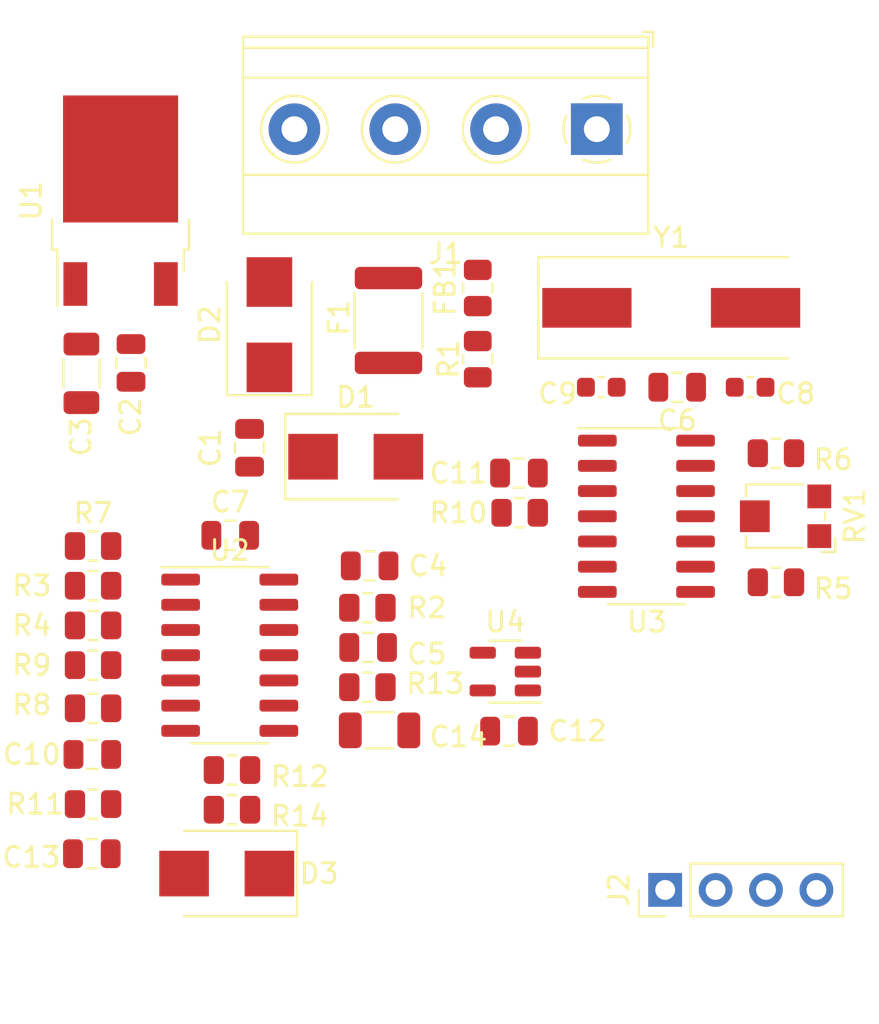
<source format=kicad_pcb>
(kicad_pcb (version 20241229) (generator "pcbnew") (generator_version "9.0")
  (layers (0 "F.Cu" signal) (2 "B.Cu" signal) (13 "F.Paste" user) (15 "B.Paste" user) (5 "F.SilkS" user "F.Silkscreen") (7 "B.SilkS" user "B.Silkscreen") (1 "F.Mask" user) (3 "B.Mask" user) (25 "Edge.Cuts" user))
  (property "DateCreated" "03-04-2025")
  (property "DrawnBy" "K Hall")
  (property "Engineer" "K Hall")
  (property "Revision" "0")
  (property "SheetNum" "1")
  (property "SheetTotal" "1")
  (property "Title" "4-20mA MCU")
  (net 0 "")
  (net 1 "Net-(U2B--)")
  (net 2 "GND")
  (net 3 "+5V")
  (net 4 "Net-(D1-A)")
  (net 5 "Net-(U2C-+)")
  (net 6 "Net-(U2D-+)")
  (net 7 "mA_OUT")
  (net 8 "DC_IN")
  (net 9 "Net-(FB1-Pad1)")
  (net 10 "Net-(FB1-Pad2)")
  (net 11 "TX")
  (net 12 "RX_NC")
  (net 13 "Net-(U2A--)")
  (net 14 "Net-(U2A-+)")
  (net 15 "Net-(U2C--)")
  (net 16 "Net-(U2B-+)")
  (net 17 "V_IN")
  (net 18 "PWM")
  (net 19 "Net-(D1-K)")
  (net 20 "Net-(U3-XTAL1{slash}PB0)")
  (net 21 "Net-(U3-XTAL2{slash}PB1)")
  (net 22 "Net-(U3-~{RESET}{slash}PB3)")
  (net 23 "Net-(D3-A)")
  (net 24 "Net-(U3-PA1)")
  (net 30 "Net-(C10-Pad1)")
  (net 31 "Net-(U2D--)")
  (net 32 "Net-(R3-Pad2)")
  (net 33 "Net-(R5-Pad1)")
  (net 34 "Net-(R6-Pad2)")
  (net 35 "Net-(R13-Pad2)")
  (footprint "Capacitor_SMD:C_0805_2012Metric" (layer "F.Cu") (at 130.075 73.825 180)
    (property "Reference" "C11" (at 3.05 0 0) (layer "F.SilkS"))
    (property "Value" "0.1uF")
    (fp_line (start -0.261252 0.735) (end 0.261252 0.735) (stroke (width 0.12)) (layer "F.SilkS"))
    (fp_line (start -0.261252 -0.735) (end 0.261252 -0.735) (stroke (width 0.12)) (layer "F.SilkS"))
    (pad "1" smd roundrect (at -0.95 0 180) (size 1 1.45) (layers "F.Cu" "F.Mask" "F.Paste") (net 22 "Net-(U3-~{RESET}{slash}PB3)"))
    (pad "2" smd roundrect (at 0.95 0 180) (size 1 1.45) (layers "F.Cu" "F.Mask" "F.Paste") (net 2 "GND"))
  )
  (footprint "Package_TO_SOT_SMD:SOT-23-5" (layer "F.Cu") (at 129.3875 83.825 180)
    (property "Reference" "U4" (at 0 2.5 0) (layer "F.SilkS"))
    (property "Value" "74AHC1G04")
    (fp_line (start 0 1.56) (end 0.8 1.56) (stroke (width 0.12)) (layer "F.SilkS"))
    (fp_line (start 0 1.56) (end -0.8 1.56) (stroke (width 0.12)) (layer "F.SilkS"))
    (fp_line (start 0 -1.56) (end 0.8 -1.56) (stroke (width 0.12)) (layer "F.SilkS"))
    (fp_line (start 0 -1.56) (end -1.8 -1.56) (stroke (width 0.12)) (layer "F.SilkS"))
    (pad "1" smd roundrect (at -1.1375 -0.95 180) (size 1.325 0.6) (layers "F.Cu" "F.Mask" "F.Paste"))
    (pad "2" smd roundrect (at -1.1375 0 180) (size 1.325 0.6) (layers "F.Cu" "F.Mask" "F.Paste") (net 18 "PWM"))
    (pad "3" smd roundrect (at -1.1375 0.95 180) (size 1.325 0.6) (layers "F.Cu" "F.Mask" "F.Paste") (net 2 "GND"))
    (pad "4" smd roundrect (at 1.1375 0.95 180) (size 1.325 0.6) (layers "F.Cu" "F.Mask" "F.Paste") (net 35 "Net-(R13-Pad2)"))
    (pad "5" smd roundrect (at 1.1375 -0.95 180) (size 1.325 0.6) (layers "F.Cu" "F.Mask" "F.Paste") (net 3 "+5V"))
  )
  (footprint "Capacitor_SMD:C_1206_3216Metric" (layer "F.Cu") (at 108.025 68.8 -90)
    (property "Reference" "C3" (at 3.2 0.025 90) (layer "F.SilkS"))
    (property "Value" "10uF")
    (fp_line (start -0.711252 0.91) (end 0.711252 0.91) (stroke (width 0.12)) (layer "F.SilkS"))
    (fp_line (start -0.711252 -0.91) (end 0.711252 -0.91) (stroke (width 0.12)) (layer "F.SilkS"))
    (pad "1" smd roundrect (at -1.475 0 270) (size 1.15 1.8) (layers "F.Cu" "F.Mask" "F.Paste") (roundrect_rratio 0.217391) (net 3 "+5V"))
    (pad "2" smd roundrect (at 1.475 0 270) (size 1.15 1.8) (layers "F.Cu" "F.Mask" "F.Paste") (roundrect_rratio 0.217391) (net 2 "GND"))
  )
  (footprint "TerminalBlock_Phoenix:TerminalBlock_Phoenix_MKDS-1,5-4-5.08_1x04_P5.08mm_Horizontal" (layer "F.Cu") (at 134 56.5 180)
    (property "Reference" "J1" (at 7.62 -6.26 0) (layer "F.SilkS"))
    (property "Value" "~")
    (fp_line (start 17.84 -5.261) (end 17.84 4.66) (stroke (width 0.12)) (layer "F.SilkS"))
    (fp_line (start 16.515 -1.069) (end 16.468 -1.023) (stroke (width 0.12)) (layer "F.SilkS"))
    (fp_line (start 16.31 -1.275) (end 16.275 -1.239) (stroke (width 0.12)) (layer "F.SilkS"))
    (fp_line (start 14.206 1.239) (end 14.171 1.274) (stroke (width 0.12)) (layer "F.SilkS"))
    (fp_line (start 14.013 1.023) (end 13.966 1.069) (stroke (width 0.12)) (layer "F.SilkS"))
    (fp_line (start 11.435 -1.069) (end 11.388 -1.023) (stroke (width 0.12)) (layer "F.SilkS"))
    (fp_line (start 11.23 -1.275) (end 11.195 -1.239) (stroke (width 0.12)) (layer "F.SilkS"))
    (fp_line (start 9.126 1.239) (end 9.091 1.274) (stroke (width 0.12)) (layer "F.SilkS"))
    (fp_line (start 8.933 1.023) (end 8.886 1.069) (stroke (width 0.12)) (layer "F.SilkS"))
    (fp_line (start 6.355 -1.069) (end 6.308 -1.023) (stroke (width 0.12)) (layer "F.SilkS"))
    (fp_line (start 6.15 -1.275) (end 6.115 -1.239) (stroke (width 0.12)) (layer "F.SilkS"))
    (fp_line (start 4.046 1.239) (end 4.011 1.274) (stroke (width 0.12)) (layer "F.SilkS"))
    (fp_line (start 3.853 1.023) (end 3.806 1.069) (stroke (width 0.12)) (layer "F.SilkS"))
    (fp_line (start -2.6 4.66) (end 17.84 4.66) (stroke (width 0.12)) (layer "F.SilkS"))
    (fp_line (start -2.6 4.1) (end 17.84 4.1) (stroke (width 0.12)) (layer "F.SilkS"))
    (fp_line (start -2.6 2.6) (end 17.84 2.6) (stroke (width 0.12)) (layer "F.SilkS"))
    (fp_line (start -2.6 -2.301) (end 17.84 -2.301) (stroke (width 0.12)) (layer "F.SilkS"))
    (fp_line (start -2.6 -5.261) (end 17.84 -5.261) (stroke (width 0.12)) (layer "F.SilkS"))
    (fp_line (start -2.6 -5.261) (end -2.6 4.66) (stroke (width 0.12)) (layer "F.SilkS"))
    (fp_line (start -2.84 4.9) (end -2.34 4.9) (stroke (width 0.12)) (layer "F.SilkS"))
    (fp_line (start -2.84 4.16) (end -2.84 4.9) (stroke (width 0.12)) (layer "F.SilkS"))
    (fp_arc (start 1.535427 -0.683042) (mid 1.680501 0.000524) (end 1.535 0.684) (stroke (width 0.12)) (layer "F.SilkS"))
    (fp_arc (start 0.683318 1.534756) (mid 0.349292 1.643288) (end 0 1.68) (stroke (width 0.12)) (layer "F.SilkS"))
    (fp_arc (start 0.028805 1.680253) (mid -0.335551 1.646659) (end -0.684 1.535) (stroke (width 0.12)) (layer "F.SilkS"))
    (fp_arc (start -0.683042 -1.535427) (mid 0.000524 -1.680501) (end 0.684 -1.535) (stroke (width 0.12)) (layer "F.SilkS"))
    (fp_arc (start -1.535427 0.683042) (mid -1.680501 -0.000524) (end -1.535 -0.684) (stroke (width 0.12)) (layer "F.SilkS"))
    (fp_circle (center 15.24 0) (end 16.92 0) (stroke (width 0.12)) (fill no) (layer "F.SilkS"))
    (fp_circle (center 10.16 0) (end 11.84 0) (stroke (width 0.12)) (fill no) (layer "F.SilkS"))
    (fp_circle (center 5.08 0) (end 6.76 0) (stroke (width 0.12)) (fill no) (layer "F.SilkS"))
    (pad "1" thru_hole rect (at 0 0 180) (size 2.6 2.6) (drill 1.3) (layers "*.Cu" "*.Mask") (net 8 "DC_IN"))
    (pad "2" thru_hole circle (at 5.08 0 180) (size 2.6 2.6) (drill 1.3) (layers "*.Cu" "*.Mask") (net 10 "Net-(FB1-Pad2)"))
    (pad "3" thru_hole circle (at 10.16 0 180) (size 2.6 2.6) (drill 1.3) (layers "*.Cu" "*.Mask") (net 7 "mA_OUT"))
    (pad "4" thru_hole circle (at 15.24 0 180) (size 2.6 2.6) (drill 1.3) (layers "*.Cu" "*.Mask") (net 2 "GND"))
  )
  (footprint "Diode_SMD:D_SMB" (layer "F.Cu") (at 121.85 73)
    (property "Reference" "D1" (at 0 -3 0) (layer "F.SilkS"))
    (property "Value" "SCHOTTKY 30V 1A")
    (fp_line (start -3.55 -2.15) (end -3.55 2.15) (stroke (width 0.12)) (layer "F.SilkS"))
    (fp_line (start -3.55 -2.15) (end 2.15 -2.15) (stroke (width 0.12)) (layer "F.SilkS"))
    (fp_line (start -3.55 2.15) (end 2.15 2.15) (stroke (width 0.12)) (layer "F.SilkS"))
    (pad "1" smd rect (at -2.15 0) (size 2.5 2.3) (layers "F.Cu" "F.Mask" "F.Paste") (net 19 "Net-(D1-K)"))
    (pad "2" smd rect (at 2.15 0) (size 2.5 2.3) (layers "F.Cu" "F.Mask" "F.Paste") (net 4 "Net-(D1-A)"))
  )
  (footprint "Capacitor_SMD:C_0805_2012Metric" (layer "F.Cu") (at 108.55 93 180)
    (property "Reference" "C13" (at 3.05 -0.175 0) (layer "F.SilkS"))
    (property "Value" "0.1uF")
    (fp_line (start -0.261252 0.735) (end 0.261252 0.735) (stroke (width 0.12)) (layer "F.SilkS"))
    (fp_line (start -0.261252 -0.735) (end 0.261252 -0.735) (stroke (width 0.12)) (layer "F.SilkS"))
    (pad "1" smd roundrect (at -0.95 0 180) (size 1 1.45) (layers "F.Cu" "F.Mask" "F.Paste") (net 23 "Net-(D3-A)"))
    (pad "2" smd roundrect (at 0.95 0 180) (size 1 1.45) (layers "F.Cu" "F.Mask" "F.Paste") (net 2 "GND"))
  )
  (footprint "Capacitor_SMD:C_1206_3216Metric" (layer "F.Cu") (at 123.05 86.785)
    (property "Reference" "C14" (at 3.975 0.325 0) (layer "F.SilkS"))
    (property "Value" "10uF")
    (fp_line (start -0.711252 -0.91) (end 0.711252 -0.91) (stroke (width 0.12)) (layer "F.SilkS"))
    (fp_line (start -0.711252 0.91) (end 0.711252 0.91) (stroke (width 0.12)) (layer "F.SilkS"))
    (pad "1" smd roundrect (at -1.475 0) (size 1.15 1.8) (layers "F.Cu" "F.Mask" "F.Paste") (roundrect_rratio 0.217391) (net 5 "Net-(U2C-+)"))
    (pad "2" smd roundrect (at 1.475 0) (size 1.15 1.8) (layers "F.Cu" "F.Mask" "F.Paste") (roundrect_rratio 0.217391) (net 2 "GND"))
  )
  (footprint "Crystal:Crystal_SMD_HC49-SD" (layer "F.Cu") (at 137.75 65.5)
    (property "Reference" "Y1" (at 0 -3.55 0) (layer "F.SilkS"))
    (property "Value" "16MHz 20pF")
    (fp_line (start -6.7 -2.55) (end -6.7 2.55) (stroke (width 0.12)) (layer "F.SilkS"))
    (fp_line (start -6.7 2.55) (end 5.9 2.55) (stroke (width 0.12)) (layer "F.SilkS"))
    (fp_line (start 5.9 -2.55) (end -6.7 -2.55) (stroke (width 0.12)) (layer "F.SilkS"))
    (pad "1" smd rect (at -4.25 0) (size 4.5 2) (layers "F.Cu" "F.Mask" "F.Paste") (net 21 "Net-(U3-XTAL2{slash}PB1)"))
    (pad "2" smd rect (at 4.25 0) (size 4.5 2) (layers "F.Cu" "F.Mask" "F.Paste") (net 20 "Net-(U3-XTAL1{slash}PB0)"))
  )
  (footprint "Package_SO:SOIC-14_3.9x8.7mm_P1.27mm" (layer "F.Cu") (at 115.5 83)
    (property "Reference" "U2" (at 0 -5.28 0) (layer "F.SilkS"))
    (property "Value" "LM324A")
    (fp_line (start 0 -4.435) (end -3.45 -4.435) (stroke (width 0.12)) (layer "F.SilkS"))
    (fp_line (start 0 -4.435) (end 1.95 -4.435) (stroke (width 0.12)) (layer "F.SilkS"))
    (fp_line (start 0 4.435) (end -1.95 4.435) (stroke (width 0.12)) (layer "F.SilkS"))
    (fp_line (start 0 4.435) (end 1.95 4.435) (stroke (width 0.12)) (layer "F.SilkS"))
    (pad "1" smd roundrect (at -2.475 -3.81) (size 1.95 0.6) (layers "F.Cu" "F.Mask" "F.Paste") (net 32 "Net-(R3-Pad2)"))
    (pad "2" smd roundrect (at -2.475 -2.54) (size 1.95 0.6) (layers "F.Cu" "F.Mask" "F.Paste") (net 13 "Net-(U2A--)"))
    (pad "3" smd roundrect (at -2.475 -1.27) (size 1.95 0.6) (layers "F.Cu" "F.Mask" "F.Paste") (net 14 "Net-(U2A-+)"))
    (pad "4" smd roundrect (at -2.475 0) (size 1.95 0.6) (layers "F.Cu" "F.Mask" "F.Paste") (net 3 "+5V"))
    (pad "5" smd roundrect (at -2.475 1.27) (size 1.95 0.6) (layers "F.Cu" "F.Mask" "F.Paste") (net 16 "Net-(U2B-+)"))
    (pad "6" smd roundrect (at -2.475 2.54) (size 1.95 0.6) (layers "F.Cu" "F.Mask" "F.Paste") (net 1 "Net-(U2B--)"))
    (pad "7" smd roundrect (at -2.475 3.81) (size 1.95 0.6) (layers "F.Cu" "F.Mask" "F.Paste") (net 30 "Net-(C10-Pad1)"))
    (pad "8" smd roundrect (at 2.475 3.81) (size 1.95 0.6) (layers "F.Cu" "F.Mask" "F.Paste") (net 15 "Net-(U2C--)"))
    (pad "9" smd roundrect (at 2.475 2.54) (size 1.95 0.6) (layers "F.Cu" "F.Mask" "F.Paste") (net 15 "Net-(U2C--)"))
    (pad "10" smd roundrect (at 2.475 1.27) (size 1.95 0.6) (layers "F.Cu" "F.Mask" "F.Paste") (net 5 "Net-(U2C-+)"))
    (pad "11" smd roundrect (at 2.475 0) (size 1.95 0.6) (layers "F.Cu" "F.Mask" "F.Paste") (net 2 "GND"))
    (pad "12" smd roundrect (at 2.475 -1.27) (size 1.95 0.6) (layers "F.Cu" "F.Mask" "F.Paste") (net 6 "Net-(U2D-+)"))
    (pad "13" smd roundrect (at 2.475 -2.54) (size 1.95 0.6) (layers "F.Cu" "F.Mask" "F.Paste") (net 31 "Net-(U2D--)"))
    (pad "14" smd roundrect (at 2.475 -3.81) (size 1.95 0.6) (layers "F.Cu" "F.Mask" "F.Paste") (net 31 "Net-(U2D--)"))
  )
  (footprint "Resistor_SMD:R_0805_2012Metric" (layer "F.Cu") (at 130.1125 75.825 180)
    (property "Reference" "R10" (at 3.0875 0 0) (layer "F.SilkS"))
    (property "Value" "10K")
    (fp_line (start -0.227064 0.735) (end 0.227064 0.735) (stroke (width 0.12)) (layer "F.SilkS"))
    (fp_line (start -0.227064 -0.735) (end 0.227064 -0.735) (stroke (width 0.12)) (layer "F.SilkS"))
    (pad "1" smd roundrect (at -0.9125 0 180) (size 1.025 1.4) (layers "F.Cu" "F.Mask" "F.Paste") (roundrect_rratio 0.243902) (net 22 "Net-(U3-~{RESET}{slash}PB3)"))
    (pad "2" smd roundrect (at 0.9125 0 180) (size 1.025 1.4) (layers "F.Cu" "F.Mask" "F.Paste") (roundrect_rratio 0.243902) (net 3 "+5V"))
  )
  (footprint "Resistor_SMD:R_0805_2012Metric" (layer "F.Cu") (at 108.6125 85.675 180)
    (property "Reference" "R8" (at 3.0875 0.175 0) (layer "F.SilkS"))
    (property "Value" "10K")
    (fp_line (start -0.227064 0.735) (end 0.227064 0.735) (stroke (width 0.12)) (layer "F.SilkS"))
    (fp_line (start -0.227064 -0.735) (end 0.227064 -0.735) (stroke (width 0.12)) (layer "F.SilkS"))
    (pad "1" smd roundrect (at -0.9125 0 180) (size 1.025 1.4) (layers "F.Cu" "F.Mask" "F.Paste") (roundrect_rratio 0.243902) (net 14 "Net-(U2A-+)"))
    (pad "2" smd roundrect (at 0.9125 0 180) (size 1.025 1.4) (layers "F.Cu" "F.Mask" "F.Paste") (roundrect_rratio 0.243902) (net 2 "GND"))
  )
  (footprint "Resistor_SMD:R_0805_2012Metric" (layer "F.Cu") (at 108.6125 90.5)
    (property "Reference" "R11" (at -2.9125 0 0) (layer "F.SilkS"))
    (property "Value" "100R")
    (fp_line (start -0.227064 -0.735) (end 0.227064 -0.735) (stroke (width 0.12)) (layer "F.SilkS"))
    (fp_line (start -0.227064 0.735) (end 0.227064 0.735) (stroke (width 0.12)) (layer "F.SilkS"))
    (pad "1" smd roundrect (at -0.9125 0) (size 1.025 1.4) (layers "F.Cu" "F.Mask" "F.Paste") (roundrect_rratio 0.243902) (net 23 "Net-(D3-A)"))
    (pad "2" smd roundrect (at 0.9125 0) (size 1.025 1.4) (layers "F.Cu" "F.Mask" "F.Paste") (roundrect_rratio 0.243902) (net 30 "Net-(C10-Pad1)"))
  )
  (footprint "Connector_PinHeader_2.54mm:PinHeader_1x04_P2.54mm_Vertical" (layer "F.Cu") (at 137.445 94.825 90)
    (property "Reference" "J2" (at 0 -2.33 90) (layer "F.SilkS"))
    (property "Value" "Conn_01x04_Male")
    (fp_line (start -1.33 -1.33) (end 0 -1.33) (stroke (width 0.12)) (layer "F.SilkS"))
    (fp_line (start -1.33 0) (end -1.33 -1.33) (stroke (width 0.12)) (layer "F.SilkS"))
    (fp_line (start 1.33 1.27) (end 1.33 8.95) (stroke (width 0.12)) (layer "F.SilkS"))
    (fp_line (start -1.33 1.27) (end 1.33 1.27) (stroke (width 0.12)) (layer "F.SilkS"))
    (fp_line (start -1.33 1.27) (end -1.33 8.95) (stroke (width 0.12)) (layer "F.SilkS"))
    (fp_line (start -1.33 8.95) (end 1.33 8.95) (stroke (width 0.12)) (layer "F.SilkS"))
    (pad "1" thru_hole rect (at 0 0 90) (size 1.7 1.7) (drill 1) (layers "*.Cu" "*.Mask") (net 3 "+5V"))
    (pad "2" thru_hole oval (at 0 2.54 90) (size 1.7 1.7) (drill 1) (layers "*.Cu" "*.Mask") (net 12 "RX_NC"))
    (pad "3" thru_hole oval (at 0 5.08 90) (size 1.7 1.7) (drill 1) (layers "*.Cu" "*.Mask") (net 11 "TX"))
    (pad "4" thru_hole oval (at 0 7.62 90) (size 1.7 1.7) (drill 1) (layers "*.Cu" "*.Mask") (net 2 "GND"))
  )
  (footprint "Resistor_SMD:R_0805_2012Metric" (layer "F.Cu") (at 128 64.5 90)
    (property "Reference" "FB1" (at 0 -1.65 90) (layer "F.SilkS"))
    (property "Value" "150 ohm @ 100 MHz 4LN")
    (fp_line (start -0.227064 -0.735) (end 0.227064 -0.735) (stroke (width 0.12)) (layer "F.SilkS"))
    (fp_line (start -0.227064 0.735) (end 0.227064 0.735) (stroke (width 0.12)) (layer "F.SilkS"))
    (pad "1" smd roundrect (at -0.9125 0 90) (size 1.025 1.4) (layers "F.Cu" "F.Mask" "F.Paste") (roundrect_rratio 0.243902) (net 9 "Net-(FB1-Pad1)"))
    (pad "2" smd roundrect (at 0.9125 0 90) (size 1.025 1.4) (layers "F.Cu" "F.Mask" "F.Paste") (roundrect_rratio 0.243902) (net 10 "Net-(FB1-Pad2)"))
  )
  (footprint "Capacitor_SMD:C_0603_1608Metric" (layer "F.Cu") (at 134.225 69.5 180)
    (property "Reference" "C9" (at 2.2 -0.325 0) (layer "F.SilkS"))
    (property "Value" "10pF")
    (fp_line (start -0.14058 0.51) (end 0.14058 0.51) (stroke (width 0.12)) (layer "F.SilkS"))
    (fp_line (start -0.14058 -0.51) (end 0.14058 -0.51) (stroke (width 0.12)) (layer "F.SilkS"))
    (pad "1" smd roundrect (at -0.775 0 180) (size 0.9 0.95) (layers "F.Cu" "F.Mask" "F.Paste") (net 21 "Net-(U3-XTAL2{slash}PB1)"))
    (pad "2" smd roundrect (at 0.775 0 180) (size 0.9 0.95) (layers "F.Cu" "F.Mask" "F.Paste") (net 2 "GND"))
  )
  (footprint "Resistor_SMD:R_0805_2012Metric" (layer "F.Cu") (at 108.6125 79.5)
    (property "Reference" "R3" (at -3.0875 0 0) (layer "F.SilkS"))
    (property "Value" "10K")
    (fp_line (start -0.227064 -0.735) (end 0.227064 -0.735) (stroke (width 0.12)) (layer "F.SilkS"))
    (fp_line (start -0.227064 0.735) (end 0.227064 0.735) (stroke (width 0.12)) (layer "F.SilkS"))
    (pad "1" smd roundrect (at -0.9125 0) (size 1.025 1.4) (layers "F.Cu" "F.Mask" "F.Paste") (roundrect_rratio 0.243902) (net 13 "Net-(U2A--)"))
    (pad "2" smd roundrect (at 0.9125 0) (size 1.025 1.4) (layers "F.Cu" "F.Mask" "F.Paste") (roundrect_rratio 0.243902) (net 32 "Net-(R3-Pad2)"))
  )
  (footprint "Potentiometer_SMD:Potentiometer_Bourns_TC33X_Vertical" (layer "F.Cu") (at 143.4125 76 180)
    (property "Reference" "RV1" (at -3.5875 0 270) (layer "F.SilkS"))
    (property "Value" "4.7K")
    (fp_line (start 1.9 1.6) (end 1.9 1) (stroke (width 0.12)) (layer "F.SilkS"))
    (fp_line (start 1.9 -1.6) (end 1.9 -1) (stroke (width 0.12)) (layer "F.SilkS"))
    (fp_line (start -1 1.6) (end 1.9 1.6) (stroke (width 0.12)) (layer "F.SilkS"))
    (fp_line (start -1 -1.6) (end 1.9 -1.6) (stroke (width 0.12)) (layer "F.SilkS"))
    (fp_line (start -1.9 -1.8) (end -2.6 -1.8) (stroke (width 0.12)) (layer "F.SilkS"))
    (fp_line (start -2.1 -0.2) (end -2.1 0.2) (stroke (width 0.12)) (layer "F.SilkS"))
    (fp_line (start -2.6 -1.8) (end -2.6 -1.1) (stroke (width 0.12)) (layer "F.SilkS"))
    (pad "1" smd rect (at -1.8 -1 180) (size 1.2 1.2) (layers "F.Cu" "F.Mask" "F.Paste") (net 33 "Net-(R5-Pad1)"))
    (pad "2" smd rect (at 1.45 0 180) (size 1.5 1.6) (layers "F.Cu" "F.Mask" "F.Paste") (net 24 "Net-(U3-PA1)"))
    (pad "3" smd rect (at -1.8 1 180) (size 1.2 1.2) (layers "F.Cu" "F.Mask" "F.Paste") (net 34 "Net-(R6-Pad2)"))
  )
  (footprint "Resistor_SMD:R_0805_2012Metric" (layer "F.Cu") (at 108.6125 83.5)
    (property "Reference" "R9" (at -3.0875 0 0) (layer "F.SilkS"))
    (property "Value" "10K")
    (fp_line (start -0.227064 -0.735) (end 0.227064 -0.735) (stroke (width 0.12)) (layer "F.SilkS"))
    (fp_line (start -0.227064 0.735) (end 0.227064 0.735) (stroke (width 0.12)) (layer "F.SilkS"))
    (pad "1" smd roundrect (at -0.9125 0) (size 1.025 1.4) (layers "F.Cu" "F.Mask" "F.Paste") (roundrect_rratio 0.243902) (net 30 "Net-(C10-Pad1)"))
    (pad "2" smd roundrect (at 0.9125 0) (size 1.025 1.4) (layers "F.Cu" "F.Mask" "F.Paste") (roundrect_rratio 0.243902) (net 14 "Net-(U2A-+)"))
  )
  (footprint "Resistor_SMD:R_0805_2012Metric" (layer "F.Cu") (at 143.025 72.825)
    (property "Reference" "R6" (at 2.8875 0.325 0) (layer "F.SilkS"))
    (property "Value" "1K")
    (fp_line (start -0.227064 -0.735) (end 0.227064 -0.735) (stroke (width 0.12)) (layer "F.SilkS"))
    (fp_line (start -0.227064 0.735) (end 0.227064 0.735) (stroke (width 0.12)) (layer "F.SilkS"))
    (pad "1" smd roundrect (at -0.9125 0) (size 1.025 1.4) (layers "F.Cu" "F.Mask" "F.Paste") (roundrect_rratio 0.243902) (net 2 "GND"))
    (pad "2" smd roundrect (at 0.9125 0) (size 1.025 1.4) (layers "F.Cu" "F.Mask" "F.Paste") (roundrect_rratio 0.243902) (net 34 "Net-(R6-Pad2)"))
  )
  (footprint "Capacitor_SMD:C_0805_2012Metric" (layer "F.Cu") (at 116.5 72.55 -90)
    (property "Reference" "C1" (at 0 1.975 90) (layer "F.SilkS"))
    (property "Value" "0.33uF")
    (fp_line (start -0.261252 0.735) (end 0.261252 0.735) (stroke (width 0.12)) (layer "F.SilkS"))
    (fp_line (start -0.261252 -0.735) (end 0.261252 -0.735) (stroke (width 0.12)) (layer "F.SilkS"))
    (pad "1" smd roundrect (at -0.95 0 270) (size 1 1.45) (layers "F.Cu" "F.Mask" "F.Paste") (net 19 "Net-(D1-K)"))
    (pad "2" smd roundrect (at 0.95 0 270) (size 1 1.45) (layers "F.Cu" "F.Mask" "F.Paste") (net 2 "GND"))
  )
  (footprint "Resistor_SMD:R_0805_2012Metric" (layer "F.Cu") (at 122.4375 84.61)
    (property "Reference" "R13" (at 3.4125 -0.175 0) (layer "F.SilkS"))
    (property "Value" "4.75K")
    (fp_line (start -0.227064 -0.735) (end 0.227064 -0.735) (stroke (width 0.12)) (layer "F.SilkS"))
    (fp_line (start -0.227064 0.735) (end 0.227064 0.735) (stroke (width 0.12)) (layer "F.SilkS"))
    (pad "1" smd roundrect (at -0.9125 0) (size 1.025 1.4) (layers "F.Cu" "F.Mask" "F.Paste") (roundrect_rratio 0.243902) (net 5 "Net-(U2C-+)"))
    (pad "2" smd roundrect (at 0.9125 0) (size 1.025 1.4) (layers "F.Cu" "F.Mask" "F.Paste") (roundrect_rratio 0.243902) (net 35 "Net-(R13-Pad2)"))
  )
  (footprint "Capacitor_SMD:C_0805_2012Metric" (layer "F.Cu") (at 108.575 88 180)
    (property "Reference" "C10" (at 3.05 0 0) (layer "F.SilkS"))
    (property "Value" "1uF")
    (fp_line (start -0.261252 0.735) (end 0.261252 0.735) (stroke (width 0.12)) (layer "F.SilkS"))
    (fp_line (start -0.261252 -0.735) (end 0.261252 -0.735) (stroke (width 0.12)) (layer "F.SilkS"))
    (pad "1" smd roundrect (at -0.95 0 180) (size 1 1.45) (layers "F.Cu" "F.Mask" "F.Paste") (net 30 "Net-(C10-Pad1)"))
    (pad "2" smd roundrect (at 0.95 0 180) (size 1 1.45) (layers "F.Cu" "F.Mask" "F.Paste") (net 1 "Net-(U2B--)"))
  )
  (footprint "Resistor_SMD:R_0805_2012Metric" (layer "F.Cu") (at 122.4375 80.61)
    (property "Reference" "R2" (at 3 0 0) (layer "F.SilkS"))
    (property "Value" "1K")
    (fp_line (start -0.227064 -0.735) (end 0.227064 -0.735) (stroke (width 0.12)) (layer "F.SilkS"))
    (fp_line (start -0.227064 0.735) (end 0.227064 0.735) (stroke (width 0.12)) (layer "F.SilkS"))
    (pad "1" smd roundrect (at -0.9125 0) (size 1.025 1.4) (layers "F.Cu" "F.Mask" "F.Paste") (roundrect_rratio 0.243902) (net 31 "Net-(U2D--)"))
    (pad "2" smd roundrect (at 0.9125 0) (size 1.025 1.4) (layers "F.Cu" "F.Mask" "F.Paste") (roundrect_rratio 0.243902) (net 17 "V_IN"))
  )
  (footprint "Resistor_SMD:R_0805_2012Metric" (layer "F.Cu") (at 115.6125 88.785)
    (property "Reference" "R12" (at 3.4125 0.325 0) (layer "F.SilkS"))
    (property "Value" "21K")
    (fp_line (start -0.227064 -0.735) (end 0.227064 -0.735) (stroke (width 0.12)) (layer "F.SilkS"))
    (fp_line (start -0.227064 0.735) (end 0.227064 0.735) (stroke (width 0.12)) (layer "F.SilkS"))
    (pad "1" smd roundrect (at -0.9125 0) (size 1.025 1.4) (layers "F.Cu" "F.Mask" "F.Paste") (roundrect_rratio 0.243902) (net 16 "Net-(U2B-+)"))
    (pad "2" smd roundrect (at 0.9125 0) (size 1.025 1.4) (layers "F.Cu" "F.Mask" "F.Paste") (roundrect_rratio 0.243902) (net 15 "Net-(U2C--)"))
  )
  (footprint "Diode_SMD:D_SMB" (layer "F.Cu") (at 115.35 94 180)
    (property "Reference" "D3" (at -4.65 0 0) (layer "F.SilkS"))
    (property "Value" "SCHOTTKY 70V 200mW")
    (fp_line (start -3.55 2.15) (end 2.15 2.15) (stroke (width 0.12)) (layer "F.SilkS"))
    (fp_line (start -3.55 -2.15) (end 2.15 -2.15) (stroke (width 0.12)) (layer "F.SilkS"))
    (fp_line (start -3.55 -2.15) (end -3.55 2.15) (stroke (width 0.12)) (layer "F.SilkS"))
    (pad "1" smd rect (at -2.15 0 180) (size 2.5 2.3) (layers "F.Cu" "F.Mask" "F.Paste") (net 7 "mA_OUT"))
    (pad "2" smd rect (at 2.15 0 180) (size 2.5 2.3) (layers "F.Cu" "F.Mask" "F.Paste") (net 23 "Net-(D3-A)"))
  )
  (footprint "Resistor_SMD:R_0805_2012Metric" (layer "F.Cu") (at 143.025 79.325 180)
    (property "Reference" "R5" (at -2.8875 -0.325 0) (layer "F.SilkS"))
    (property "Value" "1K")
    (fp_line (start -0.227064 0.735) (end 0.227064 0.735) (stroke (width 0.12)) (layer "F.SilkS"))
    (fp_line (start -0.227064 -0.735) (end 0.227064 -0.735) (stroke (width 0.12)) (layer "F.SilkS"))
    (pad "1" smd roundrect (at -0.9125 0 180) (size 1.025 1.4) (layers "F.Cu" "F.Mask" "F.Paste") (roundrect_rratio 0.243902) (net 33 "Net-(R5-Pad1)"))
    (pad "2" smd roundrect (at 0.9125 0 180) (size 1.025 1.4) (layers "F.Cu" "F.Mask" "F.Paste") (roundrect_rratio 0.243902) (net 3 "+5V"))
  )
  (footprint "Capacitor_SMD:C_0805_2012Metric" (layer "F.Cu") (at 122.475 82.61)
    (property "Reference" "C5" (at 2.95 0.325 0) (layer "F.SilkS"))
    (property "Value" "0.1uF")
    (fp_line (start -0.261252 -0.735) (end 0.261252 -0.735) (stroke (width 0.12)) (layer "F.SilkS"))
    (fp_line (start -0.261252 0.735) (end 0.261252 0.735) (stroke (width 0.12)) (layer "F.SilkS"))
    (pad "1" smd roundrect (at -0.95 0) (size 1 1.45) (layers "F.Cu" "F.Mask" "F.Paste") (net 6 "Net-(U2D-+)"))
    (pad "2" smd roundrect (at 0.95 0) (size 1 1.45) (layers "F.Cu" "F.Mask" "F.Paste") (net 2 "GND"))
  )
  (footprint "Capacitor_SMD:C_0603_1608Metric" (layer "F.Cu") (at 141.725 69.5)
    (property "Reference" "C8" (at 2.3 0.325 0) (layer "F.SilkS"))
    (property "Value" "10pF")
    (fp_line (start -0.14058 -0.51) (end 0.14058 -0.51) (stroke (width 0.12)) (layer "F.SilkS"))
    (fp_line (start -0.14058 0.51) (end 0.14058 0.51) (stroke (width 0.12)) (layer "F.SilkS"))
    (pad "1" smd roundrect (at -0.775 0) (size 0.9 0.95) (layers "F.Cu" "F.Mask" "F.Paste") (net 20 "Net-(U3-XTAL1{slash}PB0)"))
    (pad "2" smd roundrect (at 0.775 0) (size 0.9 0.95) (layers "F.Cu" "F.Mask" "F.Paste") (net 2 "GND"))
  )
  (footprint "Resistor_SMD:R_0805_2012Metric" (layer "F.Cu") (at 108.6125 81.5)
    (property "Reference" "R4" (at -3.0875 0 0) (layer "F.SilkS"))
    (property "Value" "10K")
    (fp_line (start -0.227064 -0.735) (end 0.227064 -0.735) (stroke (width 0.12)) (layer "F.SilkS"))
    (fp_line (start -0.227064 0.735) (end 0.227064 0.735) (stroke (width 0.12)) (layer "F.SilkS"))
    (pad "1" smd roundrect (at -0.9125 0) (size 1.025 1.4) (layers "F.Cu" "F.Mask" "F.Paste") (roundrect_rratio 0.243902) (net 23 "Net-(D3-A)"))
    (pad "2" smd roundrect (at 0.9125 0) (size 1.025 1.4) (layers "F.Cu" "F.Mask" "F.Paste") (roundrect_rratio 0.243902) (net 13 "Net-(U2A--)"))
  )
  (footprint "Capacitor_SMD:C_0805_2012Metric" (layer "F.Cu") (at 115.525 76.96)
    (property "Reference" "C7" (at 0 -1.68 0) (layer "F.SilkS"))
    (property "Value" "0.1uF")
    (fp_line (start -0.261252 -0.735) (end 0.261252 -0.735) (stroke (width 0.12)) (layer "F.SilkS"))
    (fp_line (start -0.261252 0.735) (end 0.261252 0.735) (stroke (width 0.12)) (layer "F.SilkS"))
    (pad "1" smd roundrect (at -0.95 0) (size 1 1.45) (layers "F.Cu" "F.Mask" "F.Paste") (net 3 "+5V"))
    (pad "2" smd roundrect (at 0.95 0) (size 1 1.45) (layers "F.Cu" "F.Mask" "F.Paste") (net 2 "GND"))
  )
  (footprint "Capacitor_SMD:C_0805_2012Metric" (layer "F.Cu") (at 122.55 78.5 180)
    (property "Reference" "C4" (at -2.95 0 0) (layer "F.SilkS"))
    (property "Value" "0.1uF")
    (fp_line (start -0.261252 0.735) (end 0.261252 0.735) (stroke (width 0.12)) (layer "F.SilkS"))
    (fp_line (start -0.261252 -0.735) (end 0.261252 -0.735) (stroke (width 0.12)) (layer "F.SilkS"))
    (pad "1" smd roundrect (at -0.95 0 180) (size 1 1.45) (layers "F.Cu" "F.Mask" "F.Paste") (net 17 "V_IN"))
    (pad "2" smd roundrect (at 0.95 0 180) (size 1 1.45) (layers "F.Cu" "F.Mask" "F.Paste") (net 2 "GND"))
  )
  (footprint "Resistor_SMD:R_0805_2012Metric" (layer "F.Cu") (at 128 68.0875 -90)
    (property "Reference" "R1" (at 0 1.475 270) (layer "F.SilkS"))
    (property "Value" "1K")
    (fp_line (start -0.227064 0.735) (end 0.227064 0.735) (stroke (width 0.12)) (layer "F.SilkS"))
    (fp_line (start -0.227064 -0.735) (end 0.227064 -0.735) (stroke (width 0.12)) (layer "F.SilkS"))
    (pad "1" smd roundrect (at -0.9125 0 270) (size 1.025 1.4) (layers "F.Cu" "F.Mask" "F.Paste") (roundrect_rratio 0.243902) (net 9 "Net-(FB1-Pad1)"))
    (pad "2" smd roundrect (at 0.9125 0 270) (size 1.025 1.4) (layers "F.Cu" "F.Mask" "F.Paste") (roundrect_rratio 0.243902) (net 6 "Net-(U2D-+)"))
  )
  (footprint "Capacitor_SMD:C_0805_2012Metric" (layer "F.Cu") (at 138.05 69.5 180)
    (property "Reference" "C6" (at 0 -1.68 0) (layer "F.SilkS"))
    (property "Value" "0.1uF")
    (fp_line (start -0.261252 0.735) (end 0.261252 0.735) (stroke (width 0.12)) (layer "F.SilkS"))
    (fp_line (start -0.261252 -0.735) (end 0.261252 -0.735) (stroke (width 0.12)) (layer "F.SilkS"))
    (pad "1" smd roundrect (at -0.95 0 180) (size 1 1.45) (layers "F.Cu" "F.Mask" "F.Paste") (net 2 "GND"))
    (pad "2" smd roundrect (at 0.95 0 180) (size 1 1.45) (layers "F.Cu" "F.Mask" "F.Paste") (net 3 "+5V"))
  )
  (footprint "Resistor_SMD:R_0805_2012Metric" (layer "F.Cu") (at 108.6125 77.5)
    (property "Reference" "R7" (at 0 -1.65 0) (layer "F.SilkS"))
    (property "Value" "10K")
    (fp_line (start -0.227064 -0.735) (end 0.227064 -0.735) (stroke (width 0.12)) (layer "F.SilkS"))
    (fp_line (start -0.227064 0.735) (end 0.227064 0.735) (stroke (width 0.12)) (layer "F.SilkS"))
    (pad "1" smd roundrect (at -0.9125 0) (size 1.025 1.4) (layers "F.Cu" "F.Mask" "F.Paste") (roundrect_rratio 0.243902) (net 1 "Net-(U2B--)"))
    (pad "2" smd roundrect (at 0.9125 0) (size 1.025 1.4) (layers "F.Cu" "F.Mask" "F.Paste") (roundrect_rratio 0.243902) (net 32 "Net-(R3-Pad2)"))
  )
  (footprint "Capacitor_SMD:C_0805_2012Metric" (layer "F.Cu") (at 110.525 68.275 -90)
    (property "Reference" "C2" (at 2.725 0.025 90) (layer "F.SilkS"))
    (property "Value" "0.1uF")
    (fp_line (start -0.261252 0.735) (end 0.261252 0.735) (stroke (width 0.12)) (layer "F.SilkS"))
    (fp_line (start -0.261252 -0.735) (end 0.261252 -0.735) (stroke (width 0.12)) (layer "F.SilkS"))
    (pad "1" smd roundrect (at -0.95 0 270) (size 1 1.45) (layers "F.Cu" "F.Mask" "F.Paste") (net 3 "+5V"))
    (pad "2" smd roundrect (at 0.95 0 270) (size 1 1.45) (layers "F.Cu" "F.Mask" "F.Paste") (net 2 "GND"))
  )
  (footprint "Fuse:Fuse_1812_4532Metric" (layer "F.Cu") (at 123.5 66.1375 -90)
    (property "Reference" "F1" (at -0.1375 2.5 90) (layer "F.SilkS"))
    (property "Value" "PTC FUSE 30V 0.5 A")
    (fp_line (start -1.386252 1.71) (end 1.386252 1.71) (stroke (width 0.12)) (layer "F.SilkS"))
    (fp_line (start -1.386252 -1.71) (end 1.386252 -1.71) (stroke (width 0.12)) (layer "F.SilkS"))
    (pad "1" smd roundrect (at -2.1375 0 270) (size 1.125 3.4) (layers "F.Cu" "F.Mask" "F.Paste") (roundrect_rratio 0.222222) (net 8 "DC_IN"))
    (pad "2" smd roundrect (at 2.1375 0 270) (size 1.125 3.4) (layers "F.Cu" "F.Mask" "F.Paste") (roundrect_rratio 0.222222) (net 4 "Net-(D1-A)"))
  )
  (footprint "Package_SO:SOIC-14_3.9x8.7mm_P1.27mm" (layer "F.Cu") (at 136.5 76)
    (property "Reference" "U3" (at 0.025 5.325 0) (layer "F.SilkS"))
    (property "Value" "ATtiny84A-SS")
    (fp_line (start 0 -4.435) (end -3.45 -4.435) (stroke (width 0.12)) (layer "F.SilkS"))
    (fp_line (start 0 -4.435) (end 1.95 -4.435) (stroke (width 0.12)) (layer "F.SilkS"))
    (fp_line (start 0 4.435) (end -1.95 4.435) (stroke (width 0.12)) (layer "F.SilkS"))
    (fp_line (start 0 4.435) (end 1.95 4.435) (stroke (width 0.12)) (layer "F.SilkS"))
    (pad "1" smd roundrect (at -2.475 -3.81) (size 1.95 0.6) (layers "F.Cu" "F.Mask" "F.Paste") (net 3 "+5V"))
    (pad "2" smd roundrect (at -2.475 -2.54) (size 1.95 0.6) (layers "F.Cu" "F.Mask" "F.Paste") (net 20 "Net-(U3-XTAL1{slash}PB0)"))
    (pad "3" smd roundrect (at -2.475 -1.27) (size 1.95 0.6) (layers "F.Cu" "F.Mask" "F.Paste") (net 21 "Net-(U3-XTAL2{slash}PB1)"))
    (pad "4" smd roundrect (at -2.475 0) (size 1.95 0.6) (layers "F.Cu" "F.Mask" "F.Paste") (net 22 "Net-(U3-~{RESET}{slash}PB3)"))
    (pad "5" smd roundrect (at -2.475 1.27) (size 1.95 0.6) (layers "F.Cu" "F.Mask" "F.Paste"))
    (pad "6" smd roundrect (at -2.475 2.54) (size 1.95 0.6) (layers "F.Cu" "F.Mask" "F.Paste"))
    (pad "7" smd roundrect (at -2.475 3.81) (size 1.95 0.6) (layers "F.Cu" "F.Mask" "F.Paste") (net 18 "PWM"))
    (pad "8" smd roundrect (at 2.475 3.81) (size 1.95 0.6) (layers "F.Cu" "F.Mask" "F.Paste") (net 11 "TX"))
    (pad "9" smd roundrect (at 2.475 2.54) (size 1.95 0.6) (layers "F.Cu" "F.Mask" "F.Paste"))
    (pad "10" smd roundrect (at 2.475 1.27) (size 1.95 0.6) (layers "F.Cu" "F.Mask" "F.Paste"))
    (pad "11" smd roundrect (at 2.475 0) (size 1.95 0.6) (layers "F.Cu" "F.Mask" "F.Paste"))
    (pad "12" smd roundrect (at 2.475 -1.27) (size 1.95 0.6) (layers "F.Cu" "F.Mask" "F.Paste") (net 24 "Net-(U3-PA1)"))
    (pad "13" smd roundrect (at 2.475 -2.54) (size 1.95 0.6) (layers "F.Cu" "F.Mask" "F.Paste") (net 17 "V_IN"))
    (pad "14" smd roundrect (at 2.475 -3.81) (size 1.95 0.6) (layers "F.Cu" "F.Mask" "F.Paste") (net 2 "GND"))
  )
  (footprint "Capacitor_SMD:C_0805_2012Metric" (layer "F.Cu") (at 129.575 86.825 180)
    (property "Reference" "C12" (at -3.45 0 0) (layer "F.SilkS"))
    (property "Value" "0.1uF")
    (fp_line (start -0.261252 0.735) (end 0.261252 0.735) (stroke (width 0.12)) (layer "F.SilkS"))
    (fp_line (start -0.261252 -0.735) (end 0.261252 -0.735) (stroke (width 0.12)) (layer "F.SilkS"))
    (pad "1" smd roundrect (at -0.95 0 180) (size 1 1.45) (layers "F.Cu" "F.Mask" "F.Paste") (net 2 "GND"))
    (pad "2" smd roundrect (at 0.95 0 180) (size 1 1.45) (layers "F.Cu" "F.Mask" "F.Paste") (net 3 "+5V"))
  )
  (footprint "Package_TO_SOT_SMD:TO-252-2" (layer "F.Cu") (at 110 60.1 90)
    (property "Reference" "U1" (at 0 -4.5 90) (layer "F.SilkS"))
    (property "Value" "L7805")
    (fp_line (start -0.97 -3.45) (end -2.47 -3.45) (stroke (width 0.12)) (layer "F.SilkS"))
    (fp_line (start -2.47 -3.45) (end -2.47 -3.18) (stroke (width 0.12)) (layer "F.SilkS"))
    (fp_line (start -2.47 -3.18) (end -5.3 -3.18) (stroke (width 0.12)) (layer "F.SilkS"))
    (fp_line (start -2.47 3.18) (end -3.57 3.18) (stroke (width 0.12)) (layer "F.SilkS"))
    (fp_line (start -0.97 3.45) (end -2.47 3.45) (stroke (width 0.12)) (layer "F.SilkS"))
    (fp_line (start -2.47 3.45) (end -2.47 3.18) (stroke (width 0.12)) (layer "F.SilkS"))
    (pad "1" smd rect (at -4.2 -2.28 90) (size 2.2 1.2) (layers "F.Cu" "F.Mask" "F.Paste") (net 19 "Net-(D1-K)"))
    (pad "2" smd rect (at 2.1 0 90) (size 6.4 5.8) (layers "F.Cu" "F.Mask") (net 2 "GND"))
    (pad "3" smd rect (at -4.2 2.28 90) (size 2.2 1.2) (layers "F.Cu" "F.Mask" "F.Paste") (net 3 "+5V"))
  )
  (footprint "Diode_SMD:D_SMB" (layer "F.Cu") (at 117.5 66.35 90)
    (property "Reference" "D2" (at 0 -3 90) (layer "F.SilkS"))
    (property "Value" "TVS 30V 600W")
    (fp_line (start -3.55 -2.15) (end 2.15 -2.15) (stroke (width 0.12)) (layer "F.SilkS"))
    (fp_line (start -3.55 -2.15) (end -3.55 2.15) (stroke (width 0.12)) (layer "F.SilkS"))
    (fp_line (start -3.55 2.15) (end 2.15 2.15) (stroke (width 0.12)) (layer "F.SilkS"))
    (pad "1" smd rect (at -2.15 0 90) (size 2.5 2.3) (layers "F.Cu" "F.Mask" "F.Paste") (net 19 "Net-(D1-K)"))
    (pad "2" smd rect (at 2.15 0 90) (size 2.5 2.3) (layers "F.Cu" "F.Mask" "F.Paste") (net 2 "GND"))
  )
  (footprint "Resistor_SMD:R_0805_2012Metric" (layer "F.Cu") (at 115.6125 90.785 180)
    (property "Reference" "R14" (at -3.4125 -0.325 0) (layer "F.SilkS"))
    (property "Value" "15K")
    (fp_line (start -0.227064 0.735) (end 0.227064 0.735) (stroke (width 0.12)) (layer "F.SilkS"))
    (fp_line (start -0.227064 -0.735) (end 0.227064 -0.735) (stroke (width 0.12)) (layer "F.SilkS"))
    (pad "1" smd roundrect (at -0.9125 0 180) (size 1.025 1.4) (layers "F.Cu" "F.Mask" "F.Paste") (roundrect_rratio 0.243902) (net 2 "GND"))
    (pad "2" smd roundrect (at 0.9125 0 180) (size 1.025 1.4) (layers "F.Cu" "F.Mask" "F.Paste") (roundrect_rratio 0.243902) (net 16 "Net-(U2B-+)"))
  )
)
</source>
